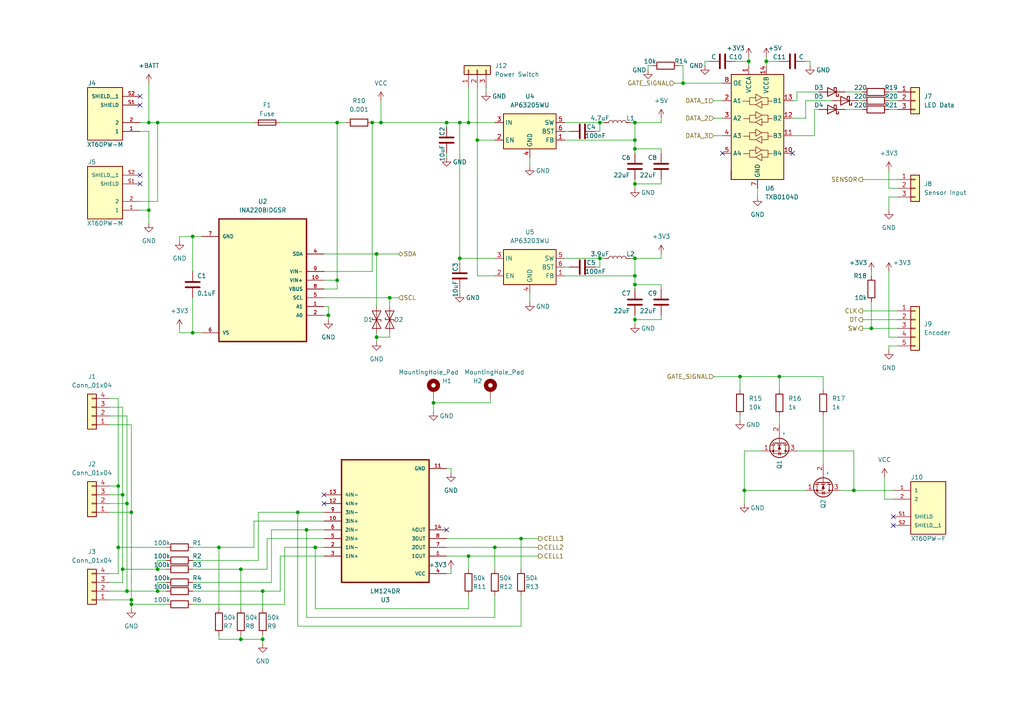
<source format=kicad_sch>
(kicad_sch (version 20230121) (generator eeschema)
  (paper "A4")
  (lib_symbols
    (symbol "Connector_Generic:Conn_01x03" (pin_names (offset 1.016) hide)
      (property "Reference" "J" (at 0 5.08 0))
      (property "Value" "Conn_01x03" (at 0 -5.08 0))
      (symbol "Conn_01x03_1_1"
        (pin passive line (at -5.08 2.54 0) (length 3.81) (name "Pin_1") (number "1"))
        (pin passive line (at -5.08 0 0) (length 3.81) (name "Pin_2") (number "2"))
        (pin passive line (at -5.08 -2.54 0) (length 3.81) (name "Pin_3") (number "3"))
      )
    )
    (symbol "Connector_Generic:Conn_01x04" (pin_names (offset 1.016) hide)
      (property "Reference" "J" (at 0 5.08 0))
      (property "Value" "Conn_01x04" (at 0 -7.62 0))
      (symbol "Conn_01x04_1_1"
        (pin passive line (at -5.08 2.54 0) (length 3.81) (name "Pin_1") (number "1"))
        (pin passive line (at -5.08 0 0) (length 3.81) (name "Pin_2") (number "2"))
        (pin passive line (at -5.08 -2.54 0) (length 3.81) (name "Pin_3") (number "3"))
        (pin passive line (at -5.08 -5.08 0) (length 3.81) (name "Pin_4") (number "4"))
      )
    )
    (symbol "Connector_Generic:Conn_01x05" (pin_names (offset 1.016) hide)
      (property "Reference" "J" (at 0 7.62 0))
      (property "Value" "Conn_01x05" (at 0 -7.62 0))
      (symbol "Conn_01x05_1_1"
        (pin passive line (at -5.08 5.08 0) (length 3.81) (name "Pin_1") (number "1"))
        (pin passive line (at -5.08 2.54 0) (length 3.81) (name "Pin_2") (number "2"))
        (pin passive line (at -5.08 0 0) (length 3.81) (name "Pin_3") (number "3"))
        (pin passive line (at -5.08 -2.54 0) (length 3.81) (name "Pin_4") (number "4"))
        (pin passive line (at -5.08 -5.08 0) (length 3.81) (name "Pin_5") (number "5"))
      )
    )
    (symbol "Device:C" (pin_numbers hide) (pin_names (offset 0.254))
      (property "Reference" "C" (at 0.635 2.54 0))
      (property "Value" "C" (at 0.635 -2.54 0))
      (symbol "C_1_1"
        (pin passive line (at 0 3.81 270) (length 2.794) (name "~") (number "1"))
        (pin passive line (at 0 -3.81 90) (length 2.794) (name "~") (number "2"))
      )
    )
    (symbol "Device:D_Schottky" (pin_numbers hide) (pin_names (offset 1.016) hide)
      (property "Reference" "D" (at 0 2.54 0))
      (property "Value" "D_Schottky" (at 0 -2.54 0))
      (symbol "D_Schottky_1_1"
        (pin passive line (at -3.81 0 0) (length 2.54) (name "K") (number "1"))
        (pin passive line (at 3.81 0 180) (length 2.54) (name "A") (number "2"))
      )
    )
    (symbol "Device:Fuse" (pin_numbers hide) (pin_names (offset 0))
      (property "Reference" "F" (at 2.032 0 90))
      (property "Value" "Fuse" (at -1.905 0 90))
      (symbol "Fuse_1_1"
        (pin passive line (at 0 3.81 270) (length 1.27) (name "~") (number "1"))
        (pin passive line (at 0 -3.81 90) (length 1.27) (name "~") (number "2"))
      )
    )
    (symbol "Device:L" (pin_numbers hide) (pin_names (offset 1.016) hide)
      (property "Reference" "L" (at -1.27 0 90))
      (property "Value" "L" (at 1.905 0 90))
      (symbol "L_1_1"
        (pin passive line (at 0 3.81 270) (length 1.27) (name "1") (number "1"))
        (pin passive line (at 0 -3.81 90) (length 1.27) (name "2") (number "2"))
      )
    )
    (symbol "Device:R" (pin_numbers hide) (pin_names (offset 0))
      (property "Reference" "R" (at 2.032 0 90))
      (property "Value" "R" (at 0 0 90))
      (symbol "R_1_1"
        (pin passive line (at 0 3.81 270) (length 1.27) (name "~") (number "1"))
        (pin passive line (at 0 -3.81 90) (length 1.27) (name "~") (number "2"))
      )
    )
    (symbol "Diode:SD05_SOD323" (pin_numbers hide) (pin_names (offset 1.016) hide)
      (property "Reference" "D" (at 0 2.54 0))
      (property "Value" "SD05_SOD323" (at 0 -2.54 0))
      (symbol "SD05_SOD323_1_1"
        (pin passive line (at -3.81 0 0) (length 2.54) (name "A1") (number "1"))
        (pin passive line (at 3.81 0 180) (length 2.54) (name "A2") (number "2"))
      )
    )
    (symbol "INA220BIDGSR:INA220BIDGSR" (pin_names (offset 1.016))
      (property "Reference" "U" (at -12.7 18.7706 0))
      (property "Value" "INA220BIDGSR" (at -12.7 -21.7678 0))
      (symbol "INA220BIDGSR_0_0"
        (pin input line (at -17.78 7.62 0) (length 5.08) (name "A1") (number "1"))
        (pin input line (at -17.78 0 0) (length 5.08) (name "VIN+") (number "10"))
        (pin input line (at -17.78 10.16 0) (length 5.08) (name "A0") (number "2"))
        (pin bidirectional line (at -17.78 -7.62 0) (length 5.08) (name "SDA") (number "4"))
        (pin input line (at -17.78 5.08 0) (length 5.08) (name "SCL") (number "5"))
        (pin power_in line (at 17.78 15.24 180) (length 5.08) (name "VS") (number "6"))
        (pin power_in line (at 17.78 -12.7 180) (length 5.08) (name "GND") (number "7"))
        (pin input line (at -17.78 2.54 0) (length 5.08) (name "VBUS") (number "8"))
        (pin input line (at -17.78 -2.54 0) (length 5.08) (name "VIN-") (number "9"))
      )
    )
    (symbol "IRFH6200TRPBF_1" (pin_names hide)
      (property "Reference" "Q" (at -1.27 3.81 0))
      (symbol "IRFH6200TRPBF_1_1_1"
        (pin passive line (at 3.81 -5.08 90) (length 2.54) (name "S") (number "1"))
        (pin input line (at -3.81 0 0) (length 2.54) (name "G") (number "2"))
        (pin passive line (at 3.81 5.08 270) (length 2.54) (name "D") (number "3"))
      )
    )
    (symbol "LM124DR:LM124DR" (pin_names (offset 1.016))
      (property "Reference" "U" (at -12.7 18.7706 0))
      (property "Value" "LM124DR" (at -12.7 -21.7678 0))
      (symbol "LM124DR_0_0"
        (pin output line (at 17.78 10.16 180) (length 5.08) (name "1OUT") (number "1"))
        (pin input line (at -17.78 0 0) (length 5.08) (name "3IN+") (number "10"))
        (pin power_in line (at 17.78 -15.24 180) (length 5.08) (name "GND") (number "11"))
        (pin input line (at -17.78 -5.08 0) (length 5.08) (name "4IN+") (number "12"))
        (pin input line (at -17.78 -7.62 0) (length 5.08) (name "4IN-") (number "13"))
        (pin output line (at 17.78 2.54 180) (length 5.08) (name "4OUT") (number "14"))
        (pin input line (at -17.78 7.62 0) (length 5.08) (name "1IN-") (number "2"))
        (pin input line (at -17.78 10.16 0) (length 5.08) (name "1IN+") (number "3"))
        (pin power_in line (at 17.78 15.24 180) (length 5.08) (name "VCC") (number "4"))
        (pin input line (at -17.78 5.08 0) (length 5.08) (name "2IN+") (number "5"))
        (pin input line (at -17.78 2.54 0) (length 5.08) (name "2IN-") (number "6"))
        (pin output line (at 17.78 7.62 180) (length 5.08) (name "2OUT") (number "7"))
        (pin output line (at 17.78 5.08 180) (length 5.08) (name "3OUT") (number "8"))
        (pin input line (at -17.78 -2.54 0) (length 5.08) (name "3IN-") (number "9"))
      )
    )
    (symbol "Logic_LevelTranslator:TXB0104D"
      (property "Reference" "U" (at -6.35 16.51 0))
      (property "Value" "TXB0104D" (at 3.81 16.51 0))
      (symbol "TXB0104D_1_1"
        (pin power_in line (at -2.54 17.78 270) (length 2.54) (name "VCCA") (number "1"))
        (pin bidirectional line (at 10.16 -7.62 180) (length 2.54) (name "B4") (number "10"))
        (pin bidirectional line (at 10.16 -2.54 180) (length 2.54) (name "B3") (number "11"))
        (pin bidirectional line (at 10.16 2.54 180) (length 2.54) (name "B2") (number "12"))
        (pin bidirectional line (at 10.16 7.62 180) (length 2.54) (name "B1") (number "13"))
        (pin power_in line (at 2.54 17.78 270) (length 2.54) (name "VCCB") (number "14"))
        (pin bidirectional line (at -10.16 7.62 0) (length 2.54) (name "A1") (number "2"))
        (pin bidirectional line (at -10.16 2.54 0) (length 2.54) (name "A2") (number "3"))
        (pin bidirectional line (at -10.16 -2.54 0) (length 2.54) (name "A3") (number "4"))
        (pin bidirectional line (at -10.16 -7.62 0) (length 2.54) (name "A4") (number "5"))
        (pin no_connect line (at -7.62 -12.7 0) (length 2.54) hide (name "NC") (number "6"))
        (pin power_in line (at 0 -17.78 90) (length 2.54) (name "GND") (number "7"))
        (pin input line (at -10.16 12.7 0) (length 2.54) (name "OE") (number "8"))
        (pin no_connect line (at 7.62 -12.7 180) (length 2.54) hide (name "NC") (number "9"))
      )
    )
    (symbol "Mechanical:MountingHole_Pad" (pin_numbers hide) (pin_names (offset 1.016) hide)
      (property "Reference" "H" (at 0 6.35 0))
      (property "Value" "MountingHole_Pad" (at 0 4.445 0))
      (symbol "MountingHole_Pad_1_1"
        (pin input line (at 0 -2.54 90) (length 2.54) (name "1") (number "1"))
      )
    )
    (symbol "Regulator_Switching:AP63203WU"
      (property "Reference" "U" (at -7.62 6.35 0))
      (property "Value" "AP63203WU" (at 2.54 6.35 0))
      (symbol "AP63203WU_1_1"
        (pin input line (at 10.16 -2.54 180) (length 2.54) (name "FB") (number "1"))
        (pin input line (at -10.16 -2.54 0) (length 2.54) (name "EN") (number "2"))
        (pin power_in line (at -10.16 2.54 0) (length 2.54) (name "IN") (number "3"))
        (pin power_in line (at 0 -7.62 90) (length 2.54) (name "GND") (number "4"))
        (pin output line (at 10.16 2.54 180) (length 2.54) (name "SW") (number "5"))
        (pin passive line (at 10.16 0 180) (length 2.54) (name "BST") (number "6"))
      )
    )
    (symbol "Regulator_Switching:AP63205WU"
      (property "Reference" "U" (at -7.62 6.35 0))
      (property "Value" "AP63205WU" (at 2.54 6.35 0))
      (symbol "AP63205WU_1_1"
        (pin input line (at 10.16 -2.54 180) (length 2.54) (name "FB") (number "1"))
        (pin input line (at -10.16 -2.54 0) (length 2.54) (name "EN") (number "2"))
        (pin power_in line (at -10.16 2.54 0) (length 2.54) (name "IN") (number "3"))
        (pin power_in line (at 0 -7.62 90) (length 2.54) (name "GND") (number "4"))
        (pin output line (at 10.16 2.54 180) (length 2.54) (name "SW") (number "5"))
        (pin passive line (at 10.16 0 180) (length 2.54) (name "BST") (number "6"))
      )
    )
    (symbol "XT60PW-F:XT60PW-F" (pin_names (offset 1.016))
      (property "Reference" "J" (at -5.08 6.35 0))
      (property "Value" "XT60PW-F" (at -5.08 -11.43 0))
      (symbol "XT60PW-F_0_0"
        (pin passive line (at -10.16 2.54 0) (length 5.08) (name "1") (number "1"))
        (pin passive line (at -10.16 0 0) (length 5.08) (name "2") (number "2"))
        (pin passive line (at -10.16 -5.08 0) (length 5.08) (name "SHIELD") (number "S1"))
        (pin passive line (at -10.16 -7.62 0) (length 5.08) (name "SHIELD__1") (number "S2"))
      )
    )
    (symbol "XT60PW-M:XT60PW-M" (pin_names (offset 1.016))
      (property "Reference" "J" (at -2.54 -7.62 0))
      (property "Value" "XT60PW-M" (at -2.54 -5.08 0))
      (symbol "XT60PW-M_0_0"
        (pin passive line (at -7.62 -11.43 0) (length 5.08) (name "1") (number "1"))
        (pin passive line (at -7.62 -13.97 0) (length 5.08) (name "2") (number "2"))
        (pin passive line (at -7.62 -19.05 0) (length 5.08) (name "SHIELD") (number "S1"))
        (pin passive line (at -7.62 -21.59 0) (length 5.08) (name "SHIELD__1") (number "S2"))
      )
    )
    (symbol "power:+3V3" (power) (pin_names (offset 0))
      (property "Value" "+3V3" (at 0 3.556 0))
      (symbol "+3V3_1_1"
        (pin power_in line (at 0 0 90) (length 0) hide (name "+3V3") (number "1"))
      )
    )
    (symbol "power:+5V" (power) (pin_names (offset 0))
      (property "Value" "+5V" (at 0 3.556 0))
      (symbol "+5V_1_1"
        (pin power_in line (at 0 0 90) (length 0) hide (name "+5V") (number "1"))
      )
    )
    (symbol "power:+BATT" (power) (pin_names (offset 0))
      (property "Value" "+BATT" (at 0 3.556 0))
      (symbol "+BATT_1_1"
        (pin power_in line (at 0 0 90) (length 0) hide (name "+BATT") (number "1"))
      )
    )
    (symbol "power:GND" (power) (pin_names (offset 0))
      (property "Value" "GND" (at 0 -3.81 0))
      (symbol "GND_1_1"
        (pin power_in line (at 0 0 270) (length 0) hide (name "GND") (number "1"))
      )
    )
    (symbol "power:VCC" (power) (pin_names (offset 0))
      (property "Value" "VCC" (at 0 3.81 0))
      (symbol "VCC_1_1"
        (pin power_in line (at 0 0 90) (length 0) hide (name "VCC") (number "1"))
      )
    )
  )
  (junction (at 133.35 74.93))
  (junction (at 184.15 80.01))
  (junction (at 125.73 116.84))
  (junction (at 215.9 142.24))
  (junction (at 184.15 35.56))
  (junction (at 69.85 165.1))
  (junction (at 109.22 97.79))
  (junction (at 63.5 158.75))
  (junction (at 217.17 17.78))
  (junction (at 36.83 171.45))
  (junction (at 76.2 171.45))
  (junction (at 45.72 165.1))
  (junction (at 184.15 43.18))
  (junction (at 198.12 24.13))
  (junction (at 226.06 109.22))
  (junction (at 91.44 158.75))
  (junction (at 34.29 158.75))
  (junction (at 113.03 86.36))
  (junction (at 109.22 73.66))
  (junction (at 184.15 40.64))
  (junction (at 133.35 35.56))
  (junction (at 97.79 35.56))
  (junction (at 35.56 143.51))
  (junction (at 38.1 148.59))
  (junction (at 45.72 35.56))
  (junction (at 55.88 68.58))
  (junction (at 38.1 175.26))
  (junction (at 35.56 165.1))
  (junction (at 135.89 161.29))
  (junction (at 173.99 35.56))
  (junction (at 36.83 146.05))
  (junction (at 107.95 35.56))
  (junction (at 184.15 82.55))
  (junction (at 38.1 173.99))
  (junction (at 135.89 35.56))
  (junction (at 143.51 158.75))
  (junction (at 222.25 17.78))
  (junction (at 247.65 142.24))
  (junction (at 43.18 35.56))
  (junction (at 214.63 109.22))
  (junction (at 184.15 53.34))
  (junction (at 55.88 96.52))
  (junction (at 76.2 185.42))
  (junction (at 69.85 185.42))
  (junction (at 129.54 35.56))
  (junction (at 110.49 35.56))
  (junction (at 252.73 95.25))
  (junction (at 138.43 40.64))
  (junction (at 86.36 148.59))
  (junction (at 34.29 140.97))
  (junction (at 184.15 74.93))
  (junction (at 151.13 156.21))
  (junction (at 97.79 81.28))
  (junction (at 184.15 92.71))
  (junction (at 88.9 153.67))
  (junction (at 173.99 74.93))
  (junction (at 45.72 171.45))
  (junction (at 43.18 60.96))
  (junction (at 95.25 91.44))
  (no_connect (at 229.87 44.45))
  (no_connect (at 209.55 44.45))
  (no_connect (at 40.64 27.94))
  (no_connect (at 129.54 153.67))
  (no_connect (at 259.08 152.4))
  (no_connect (at 259.08 149.86))
  (no_connect (at 93.98 143.51))
  (no_connect (at 40.64 53.34))
  (no_connect (at 40.64 30.48))
  (no_connect (at 40.64 50.8))
  (no_connect (at 93.98 146.05))
  (wire (pts (xy 31.75 120.65) (xy 36.83 120.65)))
  (wire (pts (xy 226.06 109.22) (xy 238.76 109.22)))
  (wire (pts (xy 151.13 156.21) (xy 156.21 156.21)))
  (wire (pts (xy 229.87 34.29) (xy 233.68 34.29)))
  (wire (pts (xy 81.28 171.45) (xy 81.28 161.29)))
  (wire (pts (xy 191.77 44.45) (xy 191.77 43.18)))
  (wire (pts (xy 191.77 73.66) (xy 191.77 74.93)))
  (wire (pts (xy 109.22 73.66) (xy 109.22 88.9)))
  (wire (pts (xy 222.25 16.51) (xy 222.25 17.78)))
  (wire (pts (xy 129.54 44.45) (xy 129.54 45.72)))
  (wire (pts (xy 257.81 78.74) (xy 257.81 97.79)))
  (wire (pts (xy 260.35 90.17) (xy 250.19 90.17)))
  (wire (pts (xy 45.72 162.56) (xy 45.72 165.1)))
  (wire (pts (xy 184.15 91.44) (xy 184.15 92.71)))
  (wire (pts (xy 31.75 140.97) (xy 34.29 140.97)))
  (wire (pts (xy 82.55 158.75) (xy 91.44 158.75)))
  (wire (pts (xy 184.15 80.01) (xy 184.15 74.93)))
  (wire (pts (xy 133.35 35.56) (xy 135.89 35.56)))
  (wire (pts (xy 63.5 158.75) (xy 63.5 176.53)))
  (wire (pts (xy 34.29 140.97) (xy 34.29 158.75)))
  (wire (pts (xy 129.54 35.56) (xy 129.54 36.83)))
  (wire (pts (xy 38.1 173.99) (xy 38.1 175.26)))
  (wire (pts (xy 48.26 162.56) (xy 45.72 162.56)))
  (wire (pts (xy 172.72 38.1) (xy 173.99 38.1)))
  (wire (pts (xy 69.85 165.1) (xy 69.85 176.53)))
  (wire (pts (xy 91.44 158.75) (xy 93.98 158.75)))
  (wire (pts (xy 236.22 31.75) (xy 237.49 31.75)))
  (wire (pts (xy 142.24 115.57) (xy 142.24 116.84)))
  (wire (pts (xy 40.64 60.96) (xy 43.18 60.96)))
  (wire (pts (xy 143.51 165.1) (xy 143.51 158.75)))
  (wire (pts (xy 257.81 60.96) (xy 257.81 57.15)))
  (wire (pts (xy 140.97 25.4) (xy 140.97 26.67)))
  (wire (pts (xy 113.03 86.36) (xy 113.03 88.9)))
  (wire (pts (xy 234.95 19.05) (xy 234.95 17.78)))
  (wire (pts (xy 220.98 130.81) (xy 215.9 130.81)))
  (wire (pts (xy 45.72 35.56) (xy 45.72 58.42)))
  (wire (pts (xy 163.83 35.56) (xy 173.99 35.56)))
  (wire (pts (xy 226.06 109.22) (xy 226.06 113.03)))
  (wire (pts (xy 43.18 24.13) (xy 43.18 35.56)))
  (wire (pts (xy 97.79 83.82) (xy 97.79 81.28)))
  (wire (pts (xy 69.85 184.15) (xy 69.85 185.42)))
  (wire (pts (xy 69.85 185.42) (xy 76.2 185.42)))
  (wire (pts (xy 43.18 38.1) (xy 43.18 60.96)))
  (wire (pts (xy 34.29 158.75) (xy 34.29 166.37)))
  (wire (pts (xy 184.15 74.93) (xy 182.88 74.93)))
  (wire (pts (xy 219.71 54.61) (xy 219.71 57.15)))
  (wire (pts (xy 233.68 34.29) (xy 233.68 29.21)))
  (wire (pts (xy 257.81 101.6) (xy 257.81 100.33)))
  (wire (pts (xy 31.75 148.59) (xy 38.1 148.59)))
  (wire (pts (xy 125.73 116.84) (xy 142.24 116.84)))
  (wire (pts (xy 257.81 31.75) (xy 260.35 31.75)))
  (wire (pts (xy 35.56 165.1) (xy 45.72 165.1)))
  (wire (pts (xy 252.73 87.63) (xy 252.73 95.25)))
  (wire (pts (xy 135.89 35.56) (xy 143.51 35.56)))
  (wire (pts (xy 231.14 29.21) (xy 231.14 26.67)))
  (wire (pts (xy 130.81 135.89) (xy 129.54 135.89)))
  (wire (pts (xy 93.98 78.74) (xy 107.95 78.74)))
  (wire (pts (xy 191.77 52.07) (xy 191.77 53.34)))
  (wire (pts (xy 143.51 74.93) (xy 133.35 74.93)))
  (wire (pts (xy 238.76 120.65) (xy 238.76 134.62)))
  (wire (pts (xy 191.77 82.55) (xy 184.15 82.55)))
  (wire (pts (xy 151.13 165.1) (xy 151.13 156.21)))
  (wire (pts (xy 113.03 86.36) (xy 115.57 86.36)))
  (wire (pts (xy 217.17 16.51) (xy 217.17 17.78)))
  (wire (pts (xy 38.1 123.19) (xy 31.75 123.19)))
  (wire (pts (xy 260.35 92.71) (xy 250.19 92.71)))
  (wire (pts (xy 135.89 176.53) (xy 91.44 176.53)))
  (wire (pts (xy 198.12 19.05) (xy 198.12 24.13)))
  (wire (pts (xy 55.88 175.26) (xy 82.55 175.26)))
  (wire (pts (xy 133.35 83.82) (xy 133.35 85.09)))
  (wire (pts (xy 81.28 35.56) (xy 97.79 35.56)))
  (wire (pts (xy 184.15 40.64) (xy 184.15 35.56)))
  (wire (pts (xy 184.15 43.18) (xy 184.15 44.45)))
  (wire (pts (xy 217.17 17.78) (xy 213.36 17.78)))
  (wire (pts (xy 55.88 168.91) (xy 78.74 168.91)))
  (wire (pts (xy 191.77 34.29) (xy 191.77 35.56)))
  (wire (pts (xy 184.15 53.34) (xy 184.15 54.61)))
  (wire (pts (xy 245.11 26.67) (xy 250.19 26.67)))
  (wire (pts (xy 184.15 40.64) (xy 184.15 43.18)))
  (wire (pts (xy 88.9 179.07) (xy 88.9 153.67)))
  (wire (pts (xy 191.77 35.56) (xy 184.15 35.56)))
  (wire (pts (xy 207.01 34.29) (xy 209.55 34.29)))
  (wire (pts (xy 36.83 120.65) (xy 36.83 146.05)))
  (wire (pts (xy 184.15 92.71) (xy 184.15 93.98)))
  (wire (pts (xy 173.99 35.56) (xy 175.26 35.56)))
  (wire (pts (xy 231.14 130.81) (xy 247.65 130.81)))
  (wire (pts (xy 38.1 175.26) (xy 48.26 175.26)))
  (wire (pts (xy 238.76 109.22) (xy 238.76 113.03)))
  (wire (pts (xy 95.25 91.44) (xy 95.25 92.71)))
  (wire (pts (xy 214.63 109.22) (xy 226.06 109.22)))
  (wire (pts (xy 93.98 81.28) (xy 97.79 81.28)))
  (wire (pts (xy 78.74 168.91) (xy 78.74 153.67)))
  (wire (pts (xy 207.01 39.37) (xy 209.55 39.37)))
  (wire (pts (xy 135.89 25.4) (xy 135.89 35.56)))
  (wire (pts (xy 191.77 91.44) (xy 191.77 92.71)))
  (wire (pts (xy 196.85 19.05) (xy 198.12 19.05)))
  (wire (pts (xy 31.75 166.37) (xy 34.29 166.37)))
  (wire (pts (xy 109.22 97.79) (xy 113.03 97.79)))
  (wire (pts (xy 125.73 116.84) (xy 125.73 119.38)))
  (wire (pts (xy 215.9 142.24) (xy 233.68 142.24)))
  (wire (pts (xy 130.81 166.37) (xy 130.81 165.1)))
  (wire (pts (xy 214.63 109.22) (xy 214.63 113.03)))
  (wire (pts (xy 260.35 95.25) (xy 252.73 95.25)))
  (wire (pts (xy 187.96 19.05) (xy 189.23 19.05)))
  (wire (pts (xy 110.49 35.56) (xy 110.49 29.21)))
  (wire (pts (xy 207.01 29.21) (xy 209.55 29.21)))
  (wire (pts (xy 74.93 162.56) (xy 74.93 148.59)))
  (wire (pts (xy 55.88 158.75) (xy 63.5 158.75)))
  (wire (pts (xy 248.92 29.21) (xy 250.19 29.21)))
  (wire (pts (xy 187.96 20.32) (xy 187.96 19.05)))
  (wire (pts (xy 215.9 142.24) (xy 215.9 146.05)))
  (wire (pts (xy 107.95 35.56) (xy 110.49 35.56)))
  (wire (pts (xy 40.64 58.42) (xy 45.72 58.42)))
  (wire (pts (xy 38.1 175.26) (xy 38.1 176.53)))
  (wire (pts (xy 215.9 130.81) (xy 215.9 142.24)))
  (wire (pts (xy 109.22 97.79) (xy 109.22 99.06)))
  (wire (pts (xy 76.2 171.45) (xy 81.28 171.45)))
  (wire (pts (xy 172.72 77.47) (xy 173.99 77.47)))
  (wire (pts (xy 163.83 80.01) (xy 184.15 80.01)))
  (wire (pts (xy 81.28 161.29) (xy 93.98 161.29)))
  (wire (pts (xy 247.65 142.24) (xy 259.08 142.24)))
  (wire (pts (xy 130.81 137.16) (xy 130.81 135.89)))
  (wire (pts (xy 35.56 143.51) (xy 31.75 143.51)))
  (wire (pts (xy 252.73 95.25) (xy 250.19 95.25)))
  (wire (pts (xy 214.63 120.65) (xy 214.63 121.92)))
  (wire (pts (xy 45.72 171.45) (xy 48.26 171.45)))
  (wire (pts (xy 73.66 158.75) (xy 73.66 151.13)))
  (wire (pts (xy 184.15 53.34) (xy 191.77 53.34)))
  (wire (pts (xy 138.43 40.64) (xy 143.51 40.64)))
  (wire (pts (xy 55.88 162.56) (xy 74.93 162.56)))
  (wire (pts (xy 234.95 17.78) (xy 233.68 17.78)))
  (wire (pts (xy 40.64 38.1) (xy 43.18 38.1)))
  (wire (pts (xy 45.72 35.56) (xy 73.66 35.56)))
  (wire (pts (xy 133.35 74.93) (xy 133.35 76.2)))
  (wire (pts (xy 63.5 158.75) (xy 73.66 158.75)))
  (wire (pts (xy 110.49 35.56) (xy 129.54 35.56)))
  (wire (pts (xy 198.12 24.13) (xy 209.55 24.13)))
  (wire (pts (xy 245.11 31.75) (xy 250.19 31.75)))
  (wire (pts (xy 93.98 88.9) (xy 95.25 88.9)))
  (wire (pts (xy 55.88 171.45) (xy 76.2 171.45)))
  (wire (pts (xy 55.88 68.58) (xy 58.42 68.58)))
  (wire (pts (xy 133.35 35.56) (xy 133.35 74.93)))
  (wire (pts (xy 125.73 115.57) (xy 125.73 116.84)))
  (wire (pts (xy 236.22 31.75) (xy 236.22 39.37)))
  (wire (pts (xy 191.77 74.93) (xy 184.15 74.93)))
  (wire (pts (xy 45.72 165.1) (xy 48.26 165.1)))
  (wire (pts (xy 135.89 165.1) (xy 135.89 161.29)))
  (wire (pts (xy 55.88 86.36) (xy 55.88 96.52)))
  (wire (pts (xy 135.89 172.72) (xy 135.89 176.53)))
  (wire (pts (xy 257.81 57.15) (xy 260.35 57.15)))
  (wire (pts (xy 233.68 29.21) (xy 241.3 29.21)))
  (wire (pts (xy 207.01 109.22) (xy 214.63 109.22)))
  (wire (pts (xy 257.81 26.67) (xy 260.35 26.67)))
  (wire (pts (xy 250.19 52.07) (xy 260.35 52.07)))
  (wire (pts (xy 74.93 148.59) (xy 86.36 148.59)))
  (wire (pts (xy 217.17 17.78) (xy 217.17 19.05)))
  (wire (pts (xy 257.81 100.33) (xy 260.35 100.33)))
  (wire (pts (xy 93.98 86.36) (xy 113.03 86.36)))
  (wire (pts (xy 38.1 148.59) (xy 38.1 123.19)))
  (wire (pts (xy 163.83 74.93) (xy 173.99 74.93)))
  (wire (pts (xy 163.83 38.1) (xy 165.1 38.1)))
  (wire (pts (xy 52.07 68.58) (xy 55.88 68.58)))
  (wire (pts (xy 76.2 184.15) (xy 76.2 185.42)))
  (wire (pts (xy 43.18 35.56) (xy 45.72 35.56)))
  (wire (pts (xy 31.75 168.91) (xy 35.56 168.91)))
  (wire (pts (xy 73.66 151.13) (xy 93.98 151.13)))
  (wire (pts (xy 52.07 69.85) (xy 52.07 68.58)))
  (wire (pts (xy 143.51 179.07) (xy 88.9 179.07)))
  (wire (pts (xy 153.67 45.72) (xy 153.67 48.26)))
  (wire (pts (xy 153.67 85.09) (xy 153.67 87.63)))
  (wire (pts (xy 129.54 35.56) (xy 133.35 35.56)))
  (wire (pts (xy 204.47 17.78) (xy 205.74 17.78)))
  (wire (pts (xy 93.98 73.66) (xy 109.22 73.66)))
  (wire (pts (xy 222.25 17.78) (xy 222.25 19.05)))
  (wire (pts (xy 95.25 88.9) (xy 95.25 91.44)))
  (wire (pts (xy 63.5 185.42) (xy 69.85 185.42)))
  (wire (pts (xy 229.87 29.21) (xy 231.14 29.21)))
  (wire (pts (xy 55.88 68.58) (xy 55.88 78.74)))
  (wire (pts (xy 129.54 166.37) (xy 130.81 166.37)))
  (wire (pts (xy 252.73 78.74) (xy 252.73 80.01)))
  (wire (pts (xy 195.58 24.13) (xy 198.12 24.13)))
  (wire (pts (xy 138.43 25.4) (xy 138.43 40.64)))
  (wire (pts (xy 204.47 19.05) (xy 204.47 17.78)))
  (wire (pts (xy 129.54 156.21) (xy 151.13 156.21)))
  (wire (pts (xy 173.99 74.93) (xy 175.26 74.93)))
  (wire (pts (xy 256.54 138.43) (xy 256.54 144.78)))
  (wire (pts (xy 86.36 148.59) (xy 93.98 148.59)))
  (wire (pts (xy 31.75 146.05) (xy 36.83 146.05)))
  (wire (pts (xy 63.5 184.15) (xy 63.5 185.42)))
  (wire (pts (xy 184.15 82.55) (xy 184.15 83.82)))
  (wire (pts (xy 107.95 78.74) (xy 107.95 35.56)))
  (wire (pts (xy 138.43 80.01) (xy 138.43 40.64)))
  (wire (pts (xy 55.88 165.1) (xy 69.85 165.1)))
  (wire (pts (xy 226.06 120.65) (xy 226.06 123.19)))
  (wire (pts (xy 76.2 171.45) (xy 76.2 176.53)))
  (wire (pts (xy 229.87 39.37) (xy 236.22 39.37)))
  (wire (pts (xy 93.98 91.44) (xy 95.25 91.44)))
  (wire (pts (xy 34.29 140.97) (xy 34.29 115.57)))
  (wire (pts (xy 86.36 181.61) (xy 86.36 148.59)))
  (wire (pts (xy 69.85 165.1) (xy 77.47 165.1)))
  (wire (pts (xy 173.99 38.1) (xy 173.99 35.56)))
  (wire (pts (xy 173.99 77.47) (xy 173.99 74.93)))
  (wire (pts (xy 184.15 80.01) (xy 184.15 82.55)))
  (wire (pts (xy 36.83 146.05) (xy 36.83 171.45)))
  (wire (pts (xy 151.13 172.72) (xy 151.13 181.61)))
  (wire (pts (xy 36.83 171.45) (xy 31.75 171.45)))
  (wire (pts (xy 143.51 80.01) (xy 138.43 80.01)))
  (wire (pts (xy 113.03 96.52) (xy 113.03 97.79)))
  (wire (pts (xy 129.54 161.29) (xy 135.89 161.29)))
  (wire (pts (xy 35.56 143.51) (xy 35.56 165.1)))
  (wire (pts (xy 36.83 171.45) (xy 45.72 171.45)))
  (wire (pts (xy 43.18 64.77) (xy 43.18 60.96)))
  (wire (pts (xy 31.75 118.11) (xy 35.56 118.11)))
  (wire (pts (xy 256.54 144.78) (xy 259.08 144.78)))
  (wire (pts (xy 257.81 54.61) (xy 260.35 54.61)))
  (wire (pts (xy 257.81 49.53) (xy 257.81 54.61)))
  (wire (pts (xy 78.74 153.67) (xy 88.9 153.67)))
  (wire (pts (xy 34.29 115.57) (xy 31.75 115.57)))
  (wire (pts (xy 191.77 43.18) (xy 184.15 43.18)))
  (wire (pts (xy 257.81 29.21) (xy 260.35 29.21)))
  (wire (pts (xy 247.65 130.81) (xy 247.65 142.24)))
  (wire (pts (xy 151.13 181.61) (xy 86.36 181.61)))
  (wire (pts (xy 109.22 96.52) (xy 109.22 97.79)))
  (wire (pts (xy 35.56 165.1) (xy 35.56 168.91)))
  (wire (pts (xy 38.1 148.59) (xy 38.1 173.99)))
  (wire (pts (xy 191.77 83.82) (xy 191.77 82.55)))
  (wire (pts (xy 76.2 185.42) (xy 76.2 186.69)))
  (wire (pts (xy 184.15 52.07) (xy 184.15 53.34)))
  (wire (pts (xy 77.47 165.1) (xy 77.47 156.21)))
  (wire (pts (xy 48.26 168.91) (xy 45.72 168.91)))
  (wire (pts (xy 45.72 168.91) (xy 45.72 171.45)))
  (wire (pts (xy 143.51 172.72) (xy 143.51 179.07)))
  (wire (pts (xy 163.83 77.47) (xy 165.1 77.47)))
  (wire (pts (xy 135.89 161.29) (xy 156.21 161.29)))
  (wire (pts (xy 231.14 26.67) (xy 237.49 26.67)))
  (wire (pts (xy 257.81 97.79) (xy 260.35 97.79)))
  (wire (pts (xy 184.15 92.71) (xy 191.77 92.71)))
  (wire (pts (xy 163.83 40.64) (xy 184.15 40.64)))
  (wire (pts (xy 97.79 35.56) (xy 97.79 81.28)))
  (wire (pts (xy 77.47 156.21) (xy 93.98 156.21)))
  (wire (pts (xy 109.22 73.66) (xy 115.57 73.66)))
  (wire (pts (xy 40.64 35.56) (xy 43.18 35.56)))
  (wire (pts (xy 222.25 17.78) (xy 226.06 17.78)))
  (wire (pts (xy 93.98 83.82) (xy 97.79 83.82)))
  (wire (pts (xy 97.79 35.56) (xy 100.33 35.56)))
  (wire (pts (xy 88.9 153.67) (xy 93.98 153.67)))
  (wire (pts (xy 82.55 175.26) (xy 82.55 158.75)))
  (wire (pts (xy 184.15 35.56) (xy 182.88 35.56)))
  (wire (pts (xy 55.88 96.52) (xy 52.07 96.52)))
  (wire (pts (xy 34.29 158.75) (xy 48.26 158.75)))
  (wire (pts (xy 55.88 96.52) (xy 58.42 96.52)))
  (wire (pts (xy 143.51 158.75) (xy 156.21 158.75)))
  (wire (pts (xy 31.75 173.99) (xy 38.1 173.99)))
  (wire (pts (xy 243.84 142.24) (xy 247.65 142.24)))
  (wire (pts (xy 129.54 158.75) (xy 143.51 158.75)))
  (wire (pts (xy 91.44 176.53) (xy 91.44 158.75)))
  (wire (pts (xy 35.56 118.11) (xy 35.56 143.51)))
  (wire (pts (xy 52.07 96.52) (xy 52.07 95.25)))
  (hierarchical_label "CELL1" (shape output) (at 156.21 161.29 0))
  (hierarchical_label "SCL" (shape input) (at 115.57 86.36 0))
  (hierarchical_label "SDA" (shape bidirectional) (at 115.57 73.66 0))
  (hierarchical_label "SW" (shape output) (at 250.19 95.25 180))
  (hierarchical_label "SENSOR" (shape output) (at 250.19 52.07 180))
  (hierarchical_label "DT" (shape output) (at 250.19 92.71 180))
  (hierarchical_label "DATA_3" (shape input) (at 207.01 39.37 180))
  (hierarchical_label "GATE_SIGNAL" (shape input) (at 207.01 109.22 180))
  (hierarchical_label "GATE_SIGNAL" (shape input) (at 195.58 24.13 180))
  (hierarchical_label "CELL3" (shape output) (at 156.21 156.21 0))
  (hierarchical_label "DATA_2" (shape input) (at 207.01 34.29 180))
  (hierarchical_label "CLK" (shape output) (at 250.19 90.17 180))
  (hierarchical_label "DATA_1" (shape input) (at 207.01 29.21 180))
  (hierarchical_label "CELL2" (shape output) (at 156.21 158.75 0))
  (symbol (lib_id "Device:R") (at 52.07 162.56 90) (unit 1)
    (property "Reference" "R2" (at 57.15 161.29 90))
    (property "Value" "100k" (at 46.99 161.29 90))
  )
  (symbol (lib_id "Device:C") (at 133.35 80.01 180) (unit 1)
    (property "Reference" "C3" (at 132.08 77.47 90))
    (property "Value" "10uF" (at 132.08 83.82 90))
  )
  (symbol (lib_id "Logic_LevelTranslator:TXB0104D") (at 219.71 36.83 0) (unit 1)
    (property "Reference" "U6" (at 221.9041 54.61 0) (effects (justify left)))
    (property "Value" "TXB0104D" (at 221.9041 57.15 0) (effects (justify left)))
    (property "Footprint" "Package_SO:SOIC-14_3.9x8.7mm_P1.27mm" (effects hide))
    (property "Datasheet" "http://www.ti.com/lit/ds/symlink/txb0104.pdf" (effects hide))
  )
  (symbol (lib_id "power:+3V3") (at 130.81 165.1 0) (unit 1)
    (property "Reference" "#PWR06" (effects hide))
    (property "Value" "+3V3" (at 127 163.83 0))
    (instances (project "LED_Snowboard_V4" (path "" (reference "#PWR06") (unit 1)) (path "" (reference "#PWR021") (unit 1))))
  )
  (symbol (lib_id "power:+5V") (at 222.25 16.51 0) (unit 1)
    (property "Reference" "#PWR05" (effects hide))
    (property "Value" "+5V" (at 224.79 13.97 0))
    (instances (project "LED_Snowboard_V4" (path "" (reference "#PWR05") (unit 1)) (path "" (reference "#PWR035") (unit 1))))
  )
  (symbol (lib_id "power:GND") (at 153.67 48.26 0) (unit 1)
    (property "Reference" "#PWR023" (effects hide))
    (property "Value" "GND" (at 157.48 49.53 0))
  )
  (symbol (lib_id "LM124DR:LM124DR") (at 111.76 151.13 0) (mirror x) (unit 1)
    (property "Reference" "U3" (at 111.76 173.99 0))
    (property "Value" "LM124DR" (at 111.76 171.45 0))
    (property "Footprint" "SnapEDA Library:SOIC127P600X175-14N" (effects hide))
  )
  (symbol (lib_id "XT60PW-M:XT60PW-M") (at 266.7 130.81 0) (unit 1)
    (property "Reference" "J10" (at 264.16 138.43 0) (effects (justify left)))
    (property "Value" "XT60PW-F" (at 264.16 156.21 0) (effects (justify left)))
    (property "Footprint" "Connector_AMASS:AMASS_XT60PW-F_1x02_P7.20mm_Horizontal" (effects hide))
    (property "PARTREV" "V1.2" (effects hide))
    (property "MANUFACTURER" "AMASS" (effects hide))
    (property "MAXIMUM_PACKAGE_HEIGHT" "8.4 mm" (effects hide))
    (property "STANDARD" "Manufacturer recommendations" (effects hide))
  )
  (symbol (lib_id "Device:R") (at 254 31.75 270) (mirror x) (unit 1)
    (property "Reference" "R21" (at 256.54 30.48 90) (effects (justify left)))
    (property "Value" "220" (at 247.65 30.48 90) (effects (justify left)))
  )
  (symbol (lib_id "power:GND") (at 43.18 64.77 0) (unit 1)
    (property "Reference" "#PWR011" (effects hide))
    (property "Value" "GND" (at 43.18 69.85 0))
  )
  (symbol (lib_name "IRFH6200TRPBF_1") (lib_id "Dustins_Symbols:IRFH6200TRPBF") (at 226.06 127 270) (unit 1)
    (property "Reference" "Q1" (at 226.06 133.35 0) (effects (justify left)))
    (property "Value" "~" (at 227.33 125.73 0))
  )
  (symbol (lib_id "Device:R") (at 238.76 116.84 0) (unit 1)
    (property "Reference" "R17" (at 241.3 115.57 0) (effects (justify left)))
    (property "Value" "1k" (at 241.3 118.11 0) (effects (justify left)))
  )
  (symbol (lib_id "Mechanical:MountingHole_Pad") (at 142.24 113.03 0) (unit 1)
    (property "Reference" "H2" (at 137.16 110.49 0) (effects (justify left)))
    (property "Value" "MountingHole_Pad" (at 134.62 107.95 0) (effects (justify left)))
  )
  (symbol (lib_id "Device:R") (at 69.85 180.34 0) (mirror x) (unit 1)
    (property "Reference" "R8" (at 71.12 181.61 0) (effects (justify left)))
    (property "Value" "50k" (at 71.12 179.07 0) (effects (justify left)))
  )
  (symbol (lib_id "Device:R") (at 254 29.21 270) (mirror x) (unit 1)
    (property "Reference" "R20" (at 256.54 27.94 90) (effects (justify left)))
    (property "Value" "220" (at 247.65 27.94 90) (effects (justify left)))
  )
  (symbol (lib_id "Device:R") (at 104.14 35.56 90) (unit 1)
    (property "Reference" "R10" (at 104.14 29.21 90))
    (property "Value" "0.001" (at 104.14 31.75 90))
  )
  (symbol (lib_id "power:+3V3") (at 257.81 78.74 0) (unit 1)
    (property "Reference" "#PWR06" (effects hide))
    (property "Value" "+3V3" (at 261.62 76.2 0))
    (instances (project "LED_Snowboard_V4" (path "" (reference "#PWR06") (unit 1)) (path "" (reference "#PWR041") (unit 1))))
  )
  (symbol (lib_id "power:GND") (at 215.9 146.05 0) (unit 1)
    (property "Reference" "#PWR032" (effects hide))
    (property "Value" "GND" (at 219.71 147.32 0))
  )
  (symbol (lib_id "Regulator_Switching:AP63205WU") (at 153.67 38.1 0) (unit 1)
    (property "Reference" "U4" (at 153.67 27.94 0))
    (property "Value" "AP63205WU" (at 153.67 30.48 0))
    (property "Footprint" "Package_TO_SOT_SMD:TSOT-23-6" (effects hide))
    (property "Datasheet" "https://www.diodes.com/assets/Datasheets/AP63200-AP63201-AP63203-AP63205.pdf" (effects hide))
  )
  (symbol (lib_id "Device:C") (at 184.15 48.26 180) (unit 1)
    (property "Reference" "C6" (at 181.61 45.72 0))
    (property "Value" "22uF" (at 180.34 50.8 0))
  )
  (symbol (lib_id "Device:R") (at 52.07 175.26 90) (unit 1)
    (property "Reference" "R6" (at 57.15 173.99 90))
    (property "Value" "100k" (at 46.99 173.99 90))
  )
  (symbol (lib_id "Device:C") (at 168.91 77.47 90) (unit 1)
    (property "Reference" "C5" (at 171.45 76.2 90))
    (property "Value" "100nF" (at 172.72 78.74 90))
  )
  (symbol (lib_id "power:GND") (at 234.95 19.05 0) (unit 1)
    (property "Reference" "#PWR036" (effects hide))
    (property "Value" "GND" (at 238.76 20.32 0))
  )
  (symbol (lib_id "power:+3V3") (at 257.81 49.53 0) (unit 1)
    (property "Reference" "#PWR06" (effects hide))
    (property "Value" "+3V3" (at 257.81 44.45 0))
    (instances (project "LED_Snowboard_V4" (path "" (reference "#PWR06") (unit 1)) (path "" (reference "#PWR039") (unit 1))))
  )
  (symbol (lib_id "Diode:SD05_SOD323") (at 109.22 92.71 90) (unit 1)
    (property "Reference" "D1" (at 105.41 92.71 90) (effects (justify right)))
    (property "Value" "SD05_SOD323" (effects hide))
    (property "Footprint" "Diode_SMD:D_SOD-323" (effects hide))
    (property "Datasheet" "https://www.littelfuse.com/~/media/electronics/datasheets/tvs_diode_arrays/littelfuse_tvs_diode_array_sd_c_datasheet.pdf.pdf" (effects hide))
    (instances (project "LED_Snowboard_V4" (path "" (reference "D1") (unit 1)) (path "" (reference "D11") (unit 1))))
  )
  (symbol (lib_id "Device:D_Schottky") (at 241.3 26.67 180) (unit 1)
    (property "Reference" "D3" (at 237.49 25.4 0))
    (property "Value" "D_Schottky" (effects hide))
  )
  (symbol (lib_id "XT60PW-F:XT60PW-F") (at 30.48 35.56 180) (unit 1)
    (property "Reference" "J4" (at 26.67 24.13 0))
    (property "Value" "XT60PW-M" (at 30.48 41.91 0))
    (property "Footprint" "Connector_AMASS:AMASS_XT60PW-M_1x02_P7.20mm_Horizontal" (effects hide))
    (property "PARTREV" "V1.2" (effects hide))
    (property "STANDARD" "Manufacturer Recommendations" (effects hide))
    (property "MAXIMUM_PACKAGE_HEIGHT" "8.4 mm" (effects hide))
    (property "MANUFACTURER" "AMASS" (effects hide))
  )
  (symbol (lib_id "power:GND") (at 184.15 54.61 0) (unit 1)
    (property "Reference" "#PWR025" (effects hide))
    (property "Value" "GND" (at 187.96 55.88 0))
  )
  (symbol (lib_id "Device:D_Schottky") (at 241.3 31.75 180) (unit 1)
    (property "Reference" "D4" (at 237.49 30.48 0))
    (property "Value" "D_Schottky" (effects hide))
  )
  (symbol (lib_id "power:+3V3") (at 252.73 78.74 0) (unit 1)
    (property "Reference" "#PWR06" (effects hide))
    (property "Value" "+3V3" (at 248.92 76.2 0))
    (instances (project "LED_Snowboard_V4" (path "" (reference "#PWR06") (unit 1)) (path "" (reference "#PWR037") (unit 1))))
  )
  (symbol (lib_id "power:GND") (at 257.81 101.6 0) (unit 1)
    (property "Reference" "#PWR042" (effects hide))
    (property "Value" "GND" (at 257.81 106.68 0))
  )
  (symbol (lib_id "Connector_Generic:Conn_01x03") (at 265.43 29.21 0) (unit 1)
    (property "Reference" "J7" (at 267.97 27.94 0) (effects (justify left)))
    (property "Value" "LED Data" (at 267.97 30.48 0) (effects (justify left)))
  )
  (symbol (lib_name "IRFH6200TRPBF_1") (lib_id "Dustins_Symbols:IRFH6200TRPBF") (at 238.76 138.43 270) (unit 1)
    (property "Reference" "Q2" (at 238.76 144.78 0) (effects (justify left)))
    (property "Value" "~" (at 240.03 137.16 0))
  )
  (symbol (lib_id "power:GND") (at 130.81 137.16 0) (unit 1)
    (property "Reference" "#PWR020" (effects hide))
    (property "Value" "GND" (at 130.81 142.24 0))
  )
  (symbol (lib_id "Device:C") (at 191.77 87.63 180) (unit 1)
    (property "Reference" "C9" (at 189.23 85.09 0))
    (property "Value" "22uF" (at 187.96 90.17 0))
  )
  (symbol (lib_id "Device:R") (at 63.5 180.34 0) (mirror x) (unit 1)
    (property "Reference" "R7" (at 64.77 181.61 0) (effects (justify left)))
    (property "Value" "50k" (at 64.77 179.07 0) (effects (justify left)))
  )
  (symbol (lib_id "Device:R") (at 52.07 165.1 270) (unit 1)
    (property "Reference" "R3" (at 57.15 163.83 90))
    (property "Value" "100k" (at 46.99 163.83 90))
  )
  (symbol (lib_id "power:GND") (at 52.07 69.85 0) (unit 1)
    (property "Reference" "#PWR012" (effects hide))
    (property "Value" "GND" (at 52.07 74.93 0))
  )
  (symbol (lib_id "Device:R") (at 76.2 180.34 0) (mirror x) (unit 1)
    (property "Reference" "R9" (at 77.47 181.61 0) (effects (justify left)))
    (property "Value" "50k" (at 77.47 179.07 0) (effects (justify left)))
  )
  (symbol (lib_id "power:+3V3") (at 217.17 16.51 0) (unit 1)
    (property "Reference" "#PWR06" (effects hide))
    (property "Value" "+3V3" (at 213.36 13.97 0))
    (instances (project "LED_Snowboard_V4" (path "" (reference "#PWR06") (unit 1)) (path "" (reference "#PWR033") (unit 1))))
  )
  (symbol (lib_id "Device:C") (at 229.87 17.78 90) (unit 1)
    (property "Reference" "C11" (at 226.06 16.51 90))
    (property "Value" "C" (at 232.41 16.51 90))
  )
  (symbol (lib_id "Connector_Generic:Conn_01x03") (at 138.43 20.32 90) (unit 1)
    (property "Reference" "J12" (at 143.51 19.05 90) (effects (justify right)))
    (property "Value" "Power Switch" (at 143.51 21.59 90) (effects (justify right)))
  )
  (symbol (lib_id "Device:D_Schottky") (at 245.11 29.21 180) (unit 1)
    (property "Reference" "D5" (at 237.49 27.94 0))
    (property "Value" "D_Schottky" (effects hide))
  )
  (symbol (lib_id "Connector_Generic:Conn_01x04") (at 26.67 171.45 180) (unit 1)
    (property "Reference" "J3" (at 26.67 160.02 0))
    (property "Value" "Conn_01x04" (at 26.67 162.56 0))
  )
  (symbol (lib_id "Device:R") (at 143.51 168.91 0) (mirror x) (unit 1)
    (property "Reference" "R12" (at 144.78 170.18 0) (effects (justify left)))
    (property "Value" "50k" (at 144.78 167.64 0) (effects (justify left)))
  )
  (symbol (lib_id "Device:C") (at 129.54 40.64 180) (unit 1)
    (property "Reference" "C2" (at 128.27 38.1 90))
    (property "Value" "10uF" (at 128.27 44.45 90))
  )
  (symbol (lib_id "power:+BATT") (at 43.18 24.13 0) (unit 1)
    (property "Reference" "#PWR010" (effects hide))
    (property "Value" "+BATT" (at 43.18 19.05 0))
  )
  (symbol (lib_id "power:GND") (at 187.96 20.32 0) (mirror y) (unit 1)
    (property "Reference" "#PWR027" (effects hide))
    (property "Value" "GND" (at 185.42 20.32 0))
  )
  (symbol (lib_id "power:VCC") (at 110.49 29.21 0) (unit 1)
    (property "Reference" "#PWR04" (effects hide))
    (property "Value" "VCC" (at 110.49 24.13 0))
    (instances (project "LED_Snowboard_V4" (path "" (reference "#PWR04") (unit 1)) (path "" (reference "#PWR016") (unit 1))))
  )
  (symbol (lib_id "power:+5V") (at 191.77 34.29 0) (unit 1)
    (property "Reference" "#PWR05" (effects hide))
    (property "Value" "+5V" (at 191.77 29.21 0))
    (instances (project "LED_Snowboard_V4" (path "" (reference "#PWR05") (unit 1)) (path "" (reference "#PWR028") (unit 1))))
  )
  (symbol (lib_id "XT60PW-F:XT60PW-F") (at 30.48 58.42 180) (unit 1)
    (property "Reference" "J5" (at 26.67 46.99 0))
    (property "Value" "XT60PW-M" (at 30.48 64.77 0))
    (property "Footprint" "Connector_AMASS:AMASS_XT60PW-M_1x02_P7.20mm_Horizontal" (effects hide))
    (property "PARTREV" "V1.2" (effects hide))
    (property "STANDARD" "Manufacturer Recommendations" (effects hide))
    (property "MAXIMUM_PACKAGE_HEIGHT" "8.4 mm" (effects hide))
    (property "MANUFACTURER" "AMASS" (effects hide))
  )
  (symbol (lib_id "Device:R") (at 226.06 116.84 0) (unit 1)
    (property "Reference" "R16" (at 228.6 115.57 0) (effects (justify left)))
    (property "Value" "1k" (at 228.6 118.11 0) (effects (justify left)))
  )
  (symbol (lib_id "power:+3V3") (at 191.77 73.66 0) (unit 1)
    (property "Reference" "#PWR06" (effects hide))
    (property "Value" "+3V3" (at 191.77 68.58 0))
    (instances (project "LED_Snowboard_V4" (path "" (reference "#PWR06") (unit 1)) (path "" (reference "#PWR029") (unit 1))))
  )
  (symbol (lib_id "Device:Fuse") (at 77.47 35.56 90) (unit 1)
    (property "Reference" "F1" (at 77.47 30.48 90))
    (property "Value" "Fuse" (at 77.47 33.02 90))
  )
  (symbol (lib_id "power:GND") (at 214.63 121.92 0) (unit 1)
    (property "Reference" "#PWR031" (effects hide))
    (property "Value" "GND" (at 218.44 123.19 0))
  )
  (symbol (lib_id "power:GND") (at 257.81 60.96 0) (unit 1)
    (property "Reference" "#PWR040" (effects hide))
    (property "Value" "GND" (at 257.81 66.04 0))
  )
  (symbol (lib_id "power:GND") (at 109.22 99.06 0) (unit 1)
    (property "Reference" "#PWR017" (effects hide))
    (property "Value" "GND" (at 109.22 104.14 0))
  )
  (symbol (lib_id "Device:R") (at 52.07 158.75 90) (unit 1)
    (property "Reference" "R1" (at 57.15 157.48 90))
    (property "Value" "100k" (at 46.99 157.48 90))
  )
  (symbol (lib_id "Regulator_Switching:AP63203WU") (at 153.67 77.47 0) (unit 1)
    (property "Reference" "U5" (at 153.67 67.31 0))
    (property "Value" "AP63203WU" (at 153.67 69.85 0))
    (property "Footprint" "Package_TO_SOT_SMD:TSOT-23-6" (effects hide))
    (property "Datasheet" "https://www.diodes.com/assets/Datasheets/AP63200-AP63201-AP63203-AP63205.pdf" (effects hide))
  )
  (symbol (lib_id "power:GND") (at 76.2 186.69 0) (unit 1)
    (property "Reference" "#PWR014" (effects hide))
    (property "Value" "GND" (at 76.2 191.77 0))
  )
  (symbol (lib_id "Device:R") (at 252.73 83.82 0) (mirror y) (unit 1)
    (property "Reference" "R18" (at 251.46 80.01 0) (effects (justify left)))
    (property "Value" "10k" (at 251.46 86.36 0) (effects (justify left)))
  )
  (symbol (lib_id "Device:R") (at 151.13 168.91 0) (mirror x) (unit 1)
    (property "Reference" "R13" (at 152.4 170.18 0) (effects (justify left)))
    (property "Value" "50k" (at 152.4 167.64 0) (effects (justify left)))
  )
  (symbol (lib_id "power:GND") (at 184.15 93.98 0) (unit 1)
    (property "Reference" "#PWR026" (effects hide))
    (property "Value" "GND" (at 187.96 95.25 0))
  )
  (symbol (lib_id "Device:C") (at 168.91 38.1 90) (unit 1)
    (property "Reference" "C4" (at 171.45 36.83 90))
    (property "Value" "100nF" (at 172.72 39.37 90))
  )
  (symbol (lib_id "power:GND") (at 204.47 19.05 0) (mirror y) (unit 1)
    (property "Reference" "#PWR030" (effects hide))
    (property "Value" "GND" (at 201.93 19.05 0))
  )
  (symbol (lib_id "Device:C") (at 184.15 87.63 180) (unit 1)
    (property "Reference" "C7" (at 181.61 85.09 0))
    (property "Value" "22uF" (at 180.34 90.17 0))
  )
  (symbol (lib_id "Device:R") (at 193.04 19.05 270) (mirror x) (unit 1)
    (property "Reference" "R14" (at 195.58 17.78 90) (effects (justify left)))
    (property "Value" "10k" (at 186.69 17.78 90) (effects (justify left)))
  )
  (symbol (lib_id "Connector_Generic:Conn_01x03") (at 265.43 54.61 0) (unit 1)
    (property "Reference" "J8" (at 267.97 53.34 0) (effects (justify left)))
    (property "Value" "Sensor Input" (at 267.97 55.88 0) (effects (justify left)))
  )
  (symbol (lib_id "Connector_Generic:Conn_01x04") (at 26.67 120.65 180) (unit 1)
    (property "Reference" "J1" (at 26.67 109.22 0))
    (property "Value" "Conn_01x04" (at 26.67 111.76 0))
  )
  (symbol (lib_id "power:GND") (at 38.1 176.53 0) (unit 1)
    (property "Reference" "#PWR09" (effects hide))
    (property "Value" "GND" (at 38.1 181.61 0))
  )
  (symbol (lib_id "Device:L") (at 179.07 74.93 90) (unit 1)
    (property "Reference" "L2" (at 182.88 73.66 90))
    (property "Value" "3.9uF" (at 173.99 73.66 90))
  )
  (symbol (lib_id "Device:C") (at 209.55 17.78 270) (mirror x) (unit 1)
    (property "Reference" "C10" (at 213.36 16.51 90))
    (property "Value" "C" (at 207.01 16.51 90))
  )
  (symbol (lib_id "Mechanical:MountingHole_Pad") (at 125.73 113.03 0) (unit 1)
    (property "Reference" "H1" (at 128.27 110.49 0) (effects (justify left)))
    (property "Value" "MountingHole_Pad" (at 115.57 107.95 0) (effects (justify left)))
  )
  (symbol (lib_id "Device:C") (at 191.77 48.26 180) (unit 1)
    (property "Reference" "C8" (at 189.23 45.72 0))
    (property "Value" "22uF" (at 187.96 50.8 0))
  )
  (symbol (lib_id "power:VCC") (at 256.54 138.43 0) (unit 1)
    (property "Reference" "#PWR04" (effects hide))
    (property "Value" "VCC" (at 256.54 133.35 0))
    (instances (project "LED_Snowboard_V4" (path "" (reference "#PWR04") (unit 1)) (path "" (reference "#PWR038") (unit 1))))
  )
  (symbol (lib_id "power:GND") (at 153.67 87.63 0) (unit 1)
    (property "Reference" "#PWR024" (effects hide))
    (property "Value" "GND" (at 157.48 88.9 0))
  )
  (symbol (lib_id "power:GND") (at 219.71 57.15 0) (unit 1)
    (property "Reference" "#PWR034" (effects hide))
    (property "Value" "GND" (at 219.71 62.23 0))
  )
  (symbol (lib_id "Device:C") (at 55.88 82.55 0) (unit 1)
    (property "Reference" "C1" (at 57.15 80.01 0) (effects (justify left)))
    (property "Value" "0.1uF" (at 57.15 85.09 0) (effects (justify left)))
  )
  (symbol (lib_id "power:GND") (at 129.54 45.72 0) (unit 1)
    (property "Reference" "#PWR019" (effects hide))
    (property "Value" "GND" (at 133.35 46.99 0))
  )
  (symbol (lib_id "Connector_Generic:Conn_01x04") (at 26.67 146.05 180) (unit 1)
    (property "Reference" "J2" (at 26.67 134.62 0))
    (property "Value" "Conn_01x04" (at 26.67 137.16 0))
  )
  (symbol (lib_id "Device:L") (at 179.07 35.56 90) (unit 1)
    (property "Reference" "L1" (at 182.88 34.29 90))
    (property "Value" "4.7uF" (at 173.99 34.29 90))
  )
  (symbol (lib_id "Diode:SD05_SOD323") (at 113.03 92.71 90) (unit 1)
    (property "Reference" "D2" (at 114.3 92.71 90) (effects (justify right)))
    (property "Value" "SD05_SOD323" (effects hide))
    (property "Footprint" "Diode_SMD:D_SOD-323" (effects hide))
    (property "Datasheet" "https://www.littelfuse.com/~/media/electronics/datasheets/tvs_diode_arrays/littelfuse_tvs_diode_array_sd_c_datasheet.pdf.pdf" (effects hide))
    (instances (project "LED_Snowboard_V4" (path "" (reference "D2") (unit 1)) (path "" (reference "D12") (unit 1))))
  )
  (symbol (lib_id "power:GND") (at 140.97 26.67 0) (unit 1)
    (property "Reference" "#PWR057" (effects hide))
    (property "Value" "GND" (at 144.78 27.94 0))
  )
  (symbol (lib_id "power:+3V3") (at 52.07 95.25 0) (unit 1)
    (property "Reference" "#PWR06" (effects hide))
    (property "Value" "+3V3" (at 52.07 90.17 0))
    (instances (project "LED_Snowboard_V4" (path "" (reference "#PWR06") (unit 1)) (path "" (reference "#PWR013") (unit 1))))
  )
  (symbol (lib_id "power:GND") (at 95.25 92.71 0) (unit 1)
    (property "Reference" "#PWR015" (effects hide))
    (property "Value" "GND" (at 95.25 97.79 0))
  )
  (symbol (lib_id "Connector_Generic:Conn_01x05") (at 265.43 95.25 0) (unit 1)
    (property "Reference" "J9" (at 267.97 93.98 0) (effects (justify left)))
    (property "Value" "Encoder" (at 267.97 96.52 0) (effects (justify left)))
  )
  (symbol (lib_id "Device:R") (at 52.07 168.91 90) (unit 1)
    (property "Reference" "R4" (at 57.15 167.64 90))
    (property "Value" "100k" (at 46.99 167.64 90))
  )
  (symbol (lib_id "Device:R") (at 52.07 171.45 90) (unit 1)
    (property "Reference" "R5" (at 57.15 170.18 90))
    (property "Value" "100k" (at 46.99 170.18 90))
  )
  (symbol (lib_id "power:GND") (at 133.35 85.09 0) (unit 1)
    (property "Reference" "#PWR022" (effects hide))
    (property "Value" "GND" (at 137.16 86.36 0))
  )
  (symbol (lib_id "Device:R") (at 214.63 116.84 0) (unit 1)
    (property "Reference" "R15" (at 217.17 115.57 0) (effects (justify left)))
    (property "Value" "10k" (at 217.17 118.11 0) (effects (justify left)))
  )
  (symbol (lib_id "Device:R") (at 135.89 168.91 0) (mirror x) (unit 1)
    (property "Reference" "R11" (at 137.16 170.18 0) (effects (justify left)))
    (property "Value" "50k" (at 137.16 167.64 0) (effects (justify left)))
  )
  (symbol (lib_id "Device:R") (at 254 26.67 270) (mirror x) (unit 1)
    (property "Reference" "R19" (at 256.54 25.4 90) (effects (justify left)))
    (property "Value" "220" (at 247.65 25.4 90) (effects (justify left)))
  )
  (symbol (lib_id "power:GND") (at 125.73 119.38 0) (unit 1)
    (property "Reference" "#PWR018" (effects hide))
    (property "Value" "GND" (at 129.54 120.65 0))
  )
  (symbol (lib_id "INA220BIDGSR:INA220BIDGSR") (at 76.2 81.28 180) (unit 1)
    (property "Reference" "U2" (at 76.2 58.42 0))
    (property "Value" "INA220BIDGSR" (at 76.2 60.96 0))
    (property "Footprint" "SnapEDA Library:SOP50P490X110-10N" (effects hide))
  )
)
</source>
